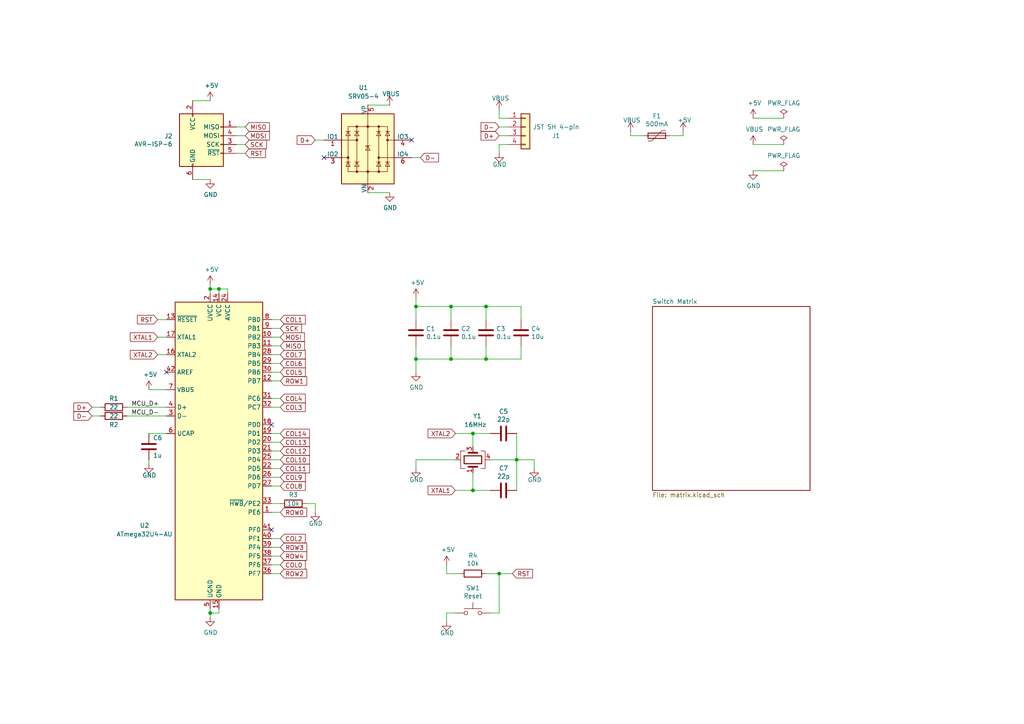
<source format=kicad_sch>
(kicad_sch (version 20211123) (generator eeschema)
  (paper "A4")
  (title_block (title "Bakeneko 60 V3") (date "2020-08-01") (rev "1") (comment 1 "Copyright © 2020 kkatano") (comment 2 "MIT License"))
  (lib_symbols
    (symbol "Connector:AVR-ISP-6" (pin_names (offset 1.016))
      (property "Reference" "J" (at 0 10.16 0))
      (property "Value" "Connector_AVR-ISP-6" (at 0 -7.62 0))
      (symbol "AVR-ISP-6_0_1"
        (rectangle (start -2.667 -5.588) (end -2.413 -6.35))
        (rectangle (start -2.667 8.89) (end -2.413 8.128))
        (rectangle (start 6.35 -2.413) (end 5.588 -2.667))
        (rectangle (start 6.35 0.127) (end 5.588 -0.127))
        (rectangle (start 6.35 2.667) (end 5.588 2.413))
        (rectangle (start 6.35 5.207) (end 5.588 4.953))
        (rectangle (start 6.35 8.89) (end -6.35 -6.35) (stroke (width 0.254)) (fill (type background)))
      )
      (symbol "AVR-ISP-6_1_1"
        (pin passive line (at 10.16 5.08 180) (length 3.81) (name "MISO") (number "1"))
        (pin power_in line (at -2.54 12.7 270) (length 3.81) (name "VCC") (number "2"))
        (pin passive line (at 10.16 0 180) (length 3.81) (name "SCK") (number "3"))
        (pin passive line (at 10.16 2.54 180) (length 3.81) (name "MOSI") (number "4"))
        (pin passive line (at 10.16 -2.54 180) (length 3.81) (name "~{RST}") (number "5"))
        (pin power_in line (at -2.54 -10.16 90) (length 3.81) (name "GND") (number "6"))
      )
    )
    (symbol "Connector_Generic:Conn_01x04" (pin_names (offset 1.016) hide)
      (property "Reference" "J" (at 0 5.08 0))
      (property "Value" "Connector_Generic_Conn_01x04" (at 0 -7.62 0))
      (symbol "Conn_01x04_1_1"
        (rectangle (start -1.27 -4.953) (end 0 -5.207) (stroke (width 0.1524)))
        (rectangle (start -1.27 -2.413) (end 0 -2.667) (stroke (width 0.1524)))
        (rectangle (start -1.27 0.127) (end 0 -0.127) (stroke (width 0.1524)))
        (rectangle (start -1.27 2.667) (end 0 2.413) (stroke (width 0.1524)))
        (rectangle (start -1.27 3.81) (end 1.27 -6.35) (stroke (width 0.254)) (fill (type background)))
        (pin passive line (at -5.08 2.54 0) (length 3.81) (name "Pin_1") (number "1"))
        (pin passive line (at -5.08 0 0) (length 3.81) (name "Pin_2") (number "2"))
        (pin passive line (at -5.08 -2.54 0) (length 3.81) (name "Pin_3") (number "3"))
        (pin passive line (at -5.08 -5.08 0) (length 3.81) (name "Pin_4") (number "4"))
      )
    )
    (symbol "Device:C" (pin_numbers hide) (pin_names (offset 0.254))
      (property "Reference" "C" (at 0.635 2.54 0))
      (property "Value" "Device_C" (at 0.635 -2.54 0))
      (symbol "C_0_1"
        (polyline (pts (xy -2.032 -0.762) (xy 2.032 -0.762)) (stroke (width 0.508)))
        (polyline (pts (xy -2.032 0.762) (xy 2.032 0.762)) (stroke (width 0.508)))
      )
      (symbol "C_1_1"
        (pin passive line (at 0 3.81 270) (length 2.794) (name "~") (number "1"))
        (pin passive line (at 0 -3.81 90) (length 2.794) (name "~") (number "2"))
      )
    )
    (symbol "Device:Crystal_GND24" (pin_names (offset 1.016) hide)
      (property "Reference" "Y" (at 3.175 5.08 0))
      (property "Value" "Device_Crystal_GND24" (at 3.175 3.175 0))
      (symbol "Crystal_GND24_0_1"
        (rectangle (start -1.143 2.54) (end 1.143 -2.54) (stroke (width 0.3048)))
        (polyline (pts (xy -2.54 0) (xy -2.032 0)))
        (polyline (pts (xy -2.032 -1.27) (xy -2.032 1.27)) (stroke (width 0.508)))
        (polyline (pts (xy 0 -3.81) (xy 0 -3.556)))
        (polyline (pts (xy 0 3.556) (xy 0 3.81)))
        (polyline (pts (xy 2.032 -1.27) (xy 2.032 1.27)) (stroke (width 0.508)))
        (polyline (pts (xy 2.032 0) (xy 2.54 0)))
        (polyline (pts (xy -2.54 -2.286) (xy -2.54 -3.556) (xy 2.54 -3.556) (xy 2.54 -2.286)))
        (polyline (pts (xy -2.54 2.286) (xy -2.54 3.556) (xy 2.54 3.556) (xy 2.54 2.286)))
      )
      (symbol "Crystal_GND24_1_1"
        (pin passive line (at -3.81 0 0) (length 1.27) (name "1") (number "1"))
        (pin passive line (at 0 5.08 270) (length 1.27) (name "2") (number "2"))
        (pin passive line (at 3.81 0 180) (length 1.27) (name "3") (number "3"))
        (pin passive line (at 0 -5.08 90) (length 1.27) (name "4") (number "4"))
      )
    )
    (symbol "Device:Polyfuse" (pin_numbers hide) (pin_names (offset 0))
      (property "Reference" "F" (at -2.54 0 90))
      (property "Value" "Device_Polyfuse" (at 2.54 0 90))
      (symbol "Polyfuse_0_1"
        (rectangle (start -0.762 2.54) (end 0.762 -2.54) (stroke (width 0.254)))
        (polyline (pts (xy 0 2.54) (xy 0 -2.54)))
        (polyline (pts (xy -1.524 2.54) (xy -1.524 1.524) (xy 1.524 -1.524) (xy 1.524 -2.54)))
      )
      (symbol "Polyfuse_1_1"
        (pin passive line (at 0 3.81 270) (length 1.27) (name "~") (number "1"))
        (pin passive line (at 0 -3.81 90) (length 1.27) (name "~") (number "2"))
      )
    )
    (symbol "Device:R" (pin_numbers hide) (pin_names (offset 0))
      (property "Reference" "R" (at 2.032 0 90))
      (property "Value" "Device_R" (at 0 0 90))
      (symbol "R_0_1"
        (rectangle (start -1.016 -2.54) (end 1.016 2.54) (stroke (width 0.254)))
      )
      (symbol "R_1_1"
        (pin passive line (at 0 3.81 270) (length 1.27) (name "~") (number "1"))
        (pin passive line (at 0 -3.81 90) (length 1.27) (name "~") (number "2"))
      )
    )
    (symbol "MCU_Microchip_ATmega:ATmega32U4-AU"
      (property "Reference" "U" (at -12.7 44.45 0))
      (property "Value" "MCU_Microchip_ATmega_ATmega32U4-AU" (at 2.54 -44.45 0))
      (symbol "ATmega32U4-AU_0_1"
        (rectangle (start -12.7 -43.18) (end 12.7 43.18) (stroke (width 0.254)) (fill (type background)))
      )
      (symbol "ATmega32U4-AU_1_1"
        (pin tri_state line (at 15.24 -17.78 180) (length 2.54) (name "PE6") (number "1"))
        (pin tri_state line (at 15.24 33.02 180) (length 2.54) (name "PB2") (number "10"))
        (pin tri_state line (at 15.24 30.48 180) (length 2.54) (name "PB3") (number "11"))
        (pin tri_state line (at 15.24 20.32 180) (length 2.54) (name "PB7") (number "12"))
        (pin input line (at -15.24 38.1 0) (length 2.54) (name "~{RESET}") (number "13"))
        (pin power_in line (at 0 45.72 270) (length 2.54) (name "VCC") (number "14"))
        (pin power_in line (at 0 -45.72 90) (length 2.54) (name "GND") (number "15"))
        (pin output line (at -15.24 27.94 0) (length 2.54) (name "XTAL2") (number "16"))
        (pin input line (at -15.24 33.02 0) (length 2.54) (name "XTAL1") (number "17"))
        (pin tri_state line (at 15.24 7.62 180) (length 2.54) (name "PD0") (number "18"))
        (pin tri_state line (at 15.24 5.08 180) (length 2.54) (name "PD1") (number "19"))
        (pin power_in line (at -2.54 45.72 270) (length 2.54) (name "UVCC") (number "2"))
        (pin tri_state line (at 15.24 2.54 180) (length 2.54) (name "PD2") (number "20"))
        (pin tri_state line (at 15.24 0 180) (length 2.54) (name "PD3") (number "21"))
        (pin tri_state line (at 15.24 -5.08 180) (length 2.54) (name "PD5") (number "22"))
        (pin passive line (at 0 -45.72 90) (length 2.54) hide (name "GND") (number "23"))
        (pin power_in line (at 2.54 45.72 270) (length 2.54) (name "AVCC") (number "24"))
        (pin tri_state line (at 15.24 -2.54 180) (length 2.54) (name "PD4") (number "25"))
        (pin tri_state line (at 15.24 -7.62 180) (length 2.54) (name "PD6") (number "26"))
        (pin tri_state line (at 15.24 -10.16 180) (length 2.54) (name "PD7") (number "27"))
        (pin tri_state line (at 15.24 27.94 180) (length 2.54) (name "PB4") (number "28"))
        (pin tri_state line (at 15.24 25.4 180) (length 2.54) (name "PB5") (number "29"))
        (pin bidirectional line (at -15.24 10.16 0) (length 2.54) (name "D-") (number "3"))
        (pin tri_state line (at 15.24 22.86 180) (length 2.54) (name "PB6") (number "30"))
        (pin tri_state line (at 15.24 15.24 180) (length 2.54) (name "PC6") (number "31"))
        (pin tri_state line (at 15.24 12.7 180) (length 2.54) (name "PC7") (number "32"))
        (pin tri_state line (at 15.24 -15.24 180) (length 2.54) (name "~{HWB}/PE2") (number "33"))
        (pin passive line (at 0 45.72 270) (length 2.54) hide (name "VCC") (number "34"))
        (pin passive line (at 0 -45.72 90) (length 2.54) hide (name "GND") (number "35"))
        (pin tri_state line (at 15.24 -35.56 180) (length 2.54) (name "PF7") (number "36"))
        (pin tri_state line (at 15.24 -33.02 180) (length 2.54) (name "PF6") (number "37"))
        (pin tri_state line (at 15.24 -30.48 180) (length 2.54) (name "PF5") (number "38"))
        (pin tri_state line (at 15.24 -27.94 180) (length 2.54) (name "PF4") (number "39"))
        (pin bidirectional line (at -15.24 12.7 0) (length 2.54) (name "D+") (number "4"))
        (pin tri_state line (at 15.24 -25.4 180) (length 2.54) (name "PF1") (number "40"))
        (pin tri_state line (at 15.24 -22.86 180) (length 2.54) (name "PF0") (number "41"))
        (pin passive line (at -15.24 22.86 0) (length 2.54) (name "AREF") (number "42"))
        (pin passive line (at 0 -45.72 90) (length 2.54) hide (name "GND") (number "43"))
        (pin passive line (at 2.54 45.72 270) (length 2.54) hide (name "AVCC") (number "44"))
        (pin passive line (at -2.54 -45.72 90) (length 2.54) (name "UGND") (number "5"))
        (pin passive line (at -15.24 5.08 0) (length 2.54) (name "UCAP") (number "6"))
        (pin input line (at -15.24 17.78 0) (length 2.54) (name "VBUS") (number "7"))
        (pin tri_state line (at 15.24 38.1 180) (length 2.54) (name "PB0") (number "8"))
        (pin tri_state line (at 15.24 35.56 180) (length 2.54) (name "PB1") (number "9"))
      )
    )
    (symbol "Power_Protection:SRV05-4" (pin_names (offset 0))
      (property "Reference" "U" (at -5.08 11.43 0))
      (property "Value" "Power_Protection_SRV05-4" (at 2.54 11.43 0))
      (symbol "SRV05-4_0_0"
        (rectangle (start -5.715 6.477) (end 5.715 -6.604))
        (polyline (pts (xy -3.175 -6.604) (xy -3.175 6.477)))
        (polyline (pts (xy 3.175 6.477) (xy 3.175 -6.604)))
      )
      (symbol "SRV05-4_0_1"
        (rectangle (start -7.62 10.16) (end 7.62 -10.16) (stroke (width 0.254)) (fill (type background)))
        (circle (center -5.715 -2.54) (radius 0.2794) (fill (type outline)))
        (circle (center -3.175 -6.604) (radius 0.2794) (fill (type outline)))
        (circle (center -3.175 2.54) (radius 0.2794) (fill (type outline)))
        (circle (center -3.175 6.477) (radius 0.2794) (fill (type outline)))
        (circle (center 0 -6.604) (radius 0.2794) (fill (type outline)))
        (polyline (pts (xy -7.747 2.54) (xy -3.175 2.54)))
        (polyline (pts (xy -7.62 -2.54) (xy -5.715 -2.54)))
        (polyline (pts (xy -5.08 -3.81) (xy -6.35 -3.81)))
        (polyline (pts (xy -5.08 5.08) (xy -6.35 5.08)))
        (polyline (pts (xy -2.54 -3.81) (xy -3.81 -3.81)))
        (polyline (pts (xy -2.54 5.08) (xy -3.81 5.08)))
        (polyline (pts (xy 0 10.16) (xy 0 -10.16)))
        (polyline (pts (xy 3.81 -3.81) (xy 2.54 -3.81)))
        (polyline (pts (xy 3.81 5.08) (xy 2.54 5.08)))
        (polyline (pts (xy 6.35 -3.81) (xy 5.08 -3.81)))
        (polyline (pts (xy 6.35 5.08) (xy 5.08 5.08)))
        (polyline (pts (xy 7.62 -2.54) (xy 3.175 -2.54)))
        (polyline (pts (xy 7.62 2.54) (xy 5.715 2.54)))
        (polyline (pts (xy 0.635 0.889) (xy -0.635 0.889) (xy -0.635 0.635)))
        (polyline (pts (xy -5.08 -5.08) (xy -6.35 -5.08) (xy -5.715 -3.81) (xy -5.08 -5.08)))
        (polyline (pts (xy -5.08 3.81) (xy -6.35 3.81) (xy -5.715 5.08) (xy -5.08 3.81)))
        (polyline (pts (xy -2.54 -5.08) (xy -3.81 -5.08) (xy -3.175 -3.81) (xy -2.54 -5.08)))
        (polyline (pts (xy -2.54 3.81) (xy -3.81 3.81) (xy -3.175 5.08) (xy -2.54 3.81)))
        (polyline (pts (xy 0.635 -0.381) (xy -0.635 -0.381) (xy 0 0.889) (xy 0.635 -0.381)))
        (polyline (pts (xy 3.81 -5.08) (xy 2.54 -5.08) (xy 3.175 -3.81) (xy 3.81 -5.08)))
        (polyline (pts (xy 3.81 3.81) (xy 2.54 3.81) (xy 3.175 5.08) (xy 3.81 3.81)))
        (polyline (pts (xy 6.35 -5.08) (xy 5.08 -5.08) (xy 5.715 -3.81) (xy 6.35 -5.08)))
        (polyline (pts (xy 6.35 3.81) (xy 5.08 3.81) (xy 5.715 5.08) (xy 6.35 3.81)))
        (circle (center 0 6.477) (radius 0.2794) (fill (type outline)))
        (circle (center 3.175 -6.604) (radius 0.2794) (fill (type outline)))
        (circle (center 3.175 -2.54) (radius 0.2794) (fill (type outline)))
        (circle (center 3.175 6.477) (radius 0.2794) (fill (type outline)))
        (circle (center 5.715 2.54) (radius 0.2794) (fill (type outline)))
      )
      (symbol "SRV05-4_1_1"
        (pin passive line (at -12.7 2.54 0) (length 5.08) (name "IO1") (number "1"))
        (pin passive line (at 0 -12.7 90) (length 2.54) (name "VN") (number "2"))
        (pin passive line (at -12.7 -2.54 0) (length 5.08) (name "IO2") (number "3"))
        (pin passive line (at 12.7 2.54 180) (length 5.08) (name "IO3") (number "4"))
        (pin passive line (at 0 12.7 270) (length 2.54) (name "VP") (number "5"))
        (pin passive line (at 12.7 -2.54 180) (length 5.08) (name "IO4") (number "6"))
      )
    )
    (symbol "Switch:SW_Push" (pin_numbers hide) (pin_names (offset 1.016) hide)
      (property "Reference" "SW" (at 1.27 2.54 0))
      (property "Value" "Switch_SW_Push" (at 0 -1.524 0))
      (symbol "SW_Push_0_1"
        (circle (center -2.032 0) (radius 0.508))
        (polyline (pts (xy 0 1.27) (xy 0 3.048)))
        (polyline (pts (xy 2.54 1.27) (xy -2.54 1.27)))
        (circle (center 2.032 0) (radius 0.508))
        (pin passive line (at -5.08 0 0) (length 2.54) (name "1") (number "1"))
        (pin passive line (at 5.08 0 180) (length 2.54) (name "2") (number "2"))
      )
    )
    (symbol "power:+5V" (power) (pin_names (offset 0))
      (property "Value" "power_+5V" (at 0 3.556 0))
      (symbol "+5V_0_1"
        (polyline (pts (xy -0.762 1.27) (xy 0 2.54)))
        (polyline (pts (xy 0 0) (xy 0 2.54)))
        (polyline (pts (xy 0 2.54) (xy 0.762 1.27)))
      )
      (symbol "+5V_1_1"
        (pin power_in line (at 0 0 90) (length 0) hide (name "+5V") (number "1"))
      )
    )
    (symbol "power:GND" (power) (pin_names (offset 0))
      (property "Value" "power_GND" (at 0 -3.81 0))
      (symbol "GND_0_1"
        (polyline (pts (xy 0 0) (xy 0 -1.27) (xy 1.27 -1.27) (xy 0 -2.54) (xy -1.27 -1.27) (xy 0 -1.27)))
      )
      (symbol "GND_1_1"
        (pin power_in line (at 0 0 270) (length 0) hide (name "GND") (number "1"))
      )
    )
    (symbol "power:PWR_FLAG" (power) (pin_numbers hide) (pin_names (offset 0) hide)
      (property "Value" "power_PWR_FLAG" (at 0 3.81 0))
      (symbol "PWR_FLAG_0_0"
        (pin power_out line (at 0 0 90) (length 0) (name "pwr") (number "1"))
      )
      (symbol "PWR_FLAG_0_1"
        (polyline (pts (xy 0 0) (xy 0 1.27) (xy -1.016 1.905) (xy 0 2.54) (xy 1.016 1.905) (xy 0 1.27)))
      )
    )
    (symbol "power:VBUS" (power) (pin_names (offset 0))
      (property "Value" "power_VBUS" (at 0 3.81 0))
      (symbol "VBUS_0_1"
        (polyline (pts (xy -0.762 1.27) (xy 0 2.54)))
        (polyline (pts (xy 0 0) (xy 0 2.54)))
        (polyline (pts (xy 0 2.54) (xy 0.762 1.27)))
      )
      (symbol "VBUS_1_1"
        (pin power_in line (at 0 0 90) (length 0) hide (name "VBUS") (number "1"))
      )
    )
  )
  (junction (at 130.81 88.9))
  (junction (at 63.5 83.82))
  (junction (at 120.65 104.14))
  (junction (at 140.97 88.9))
  (junction (at 144.78 166.37))
  (junction (at 149.86 133.35))
  (junction (at 140.97 104.14))
  (junction (at 120.65 88.9))
  (junction (at 60.96 177.8))
  (junction (at 60.96 83.82))
  (junction (at 137.16 125.73))
  (junction (at 130.81 104.14))
  (junction (at 137.16 142.24))
  (no_connect (at 48.26 107.95))
  (no_connect (at 78.74 153.67))
  (no_connect (at 93.98 45.72))
  (no_connect (at 78.74 123.19))
  (no_connect (at 119.38 40.64))
  (wire (pts (xy 129.54 166.37) (xy 133.35 166.37)))
  (wire (pts (xy 120.65 100.33) (xy 120.65 104.14)))
  (wire (pts (xy 78.74 97.79) (xy 81.28 97.79)))
  (wire (pts (xy 43.18 113.03) (xy 48.26 113.03)))
  (wire (pts (xy 81.28 118.11) (xy 78.74 118.11)))
  (wire (pts (xy 120.65 88.9) (xy 130.81 88.9)))
  (wire (pts (xy 60.96 83.82) (xy 63.5 83.82)))
  (wire (pts (xy 60.96 29.21) (xy 55.88 29.21)))
  (wire (pts (xy 144.78 34.29) (xy 147.32 34.29)))
  (wire (pts (xy 120.65 104.14) (xy 120.65 107.95)))
  (wire (pts (xy 140.97 104.14) (xy 151.13 104.14)))
  (wire (pts (xy 129.54 180.34) (xy 129.54 177.8)))
  (wire (pts (xy 144.78 41.91) (xy 147.32 41.91)))
  (wire (pts (xy 81.28 95.25) (xy 78.74 95.25)))
  (wire (pts (xy 137.16 137.16) (xy 137.16 142.24)))
  (wire (pts (xy 78.74 107.95) (xy 81.28 107.95)))
  (wire (pts (xy 45.72 92.71) (xy 48.26 92.71)))
  (wire (pts (xy 130.81 104.14) (xy 140.97 104.14)))
  (wire (pts (xy 26.67 118.11) (xy 29.21 118.11)))
  (wire (pts (xy 106.68 55.88) (xy 113.03 55.88)))
  (wire (pts (xy 144.78 31.75) (xy 144.78 34.29)))
  (wire (pts (xy 218.44 49.53) (xy 227.33 49.53)))
  (wire (pts (xy 60.96 83.82) (xy 60.96 85.09)))
  (wire (pts (xy 140.97 100.33) (xy 140.97 104.14)))
  (wire (pts (xy 137.16 129.54) (xy 137.16 125.73)))
  (wire (pts (xy 81.28 166.37) (xy 78.74 166.37)))
  (wire (pts (xy 81.28 146.05) (xy 78.74 146.05)))
  (wire (pts (xy 60.96 82.55) (xy 60.96 83.82)))
  (wire (pts (xy 43.18 125.73) (xy 48.26 125.73)))
  (wire (pts (xy 227.33 41.91) (xy 218.44 41.91)))
  (wire (pts (xy 151.13 92.71) (xy 151.13 88.9)))
  (wire (pts (xy 81.28 128.27) (xy 78.74 128.27)))
  (wire (pts (xy 130.81 100.33) (xy 130.81 104.14)))
  (wire (pts (xy 78.74 135.89) (xy 81.28 135.89)))
  (wire (pts (xy 132.08 142.24) (xy 137.16 142.24)))
  (wire (pts (xy 60.96 179.07) (xy 60.96 177.8)))
  (wire (pts (xy 144.78 166.37) (xy 148.59 166.37)))
  (wire (pts (xy 81.28 163.83) (xy 78.74 163.83)))
  (wire (pts (xy 81.28 110.49) (xy 78.74 110.49)))
  (wire (pts (xy 151.13 104.14) (xy 151.13 100.33)))
  (wire (pts (xy 137.16 125.73) (xy 142.24 125.73)))
  (wire (pts (xy 81.28 105.41) (xy 78.74 105.41)))
  (wire (pts (xy 91.44 40.64) (xy 93.98 40.64)))
  (wire (pts (xy 71.12 44.45) (xy 68.58 44.45)))
  (wire (pts (xy 154.94 133.35) (xy 154.94 135.89)))
  (wire (pts (xy 129.54 163.83) (xy 129.54 166.37)))
  (wire (pts (xy 149.86 133.35) (xy 154.94 133.35)))
  (wire (pts (xy 227.33 34.29) (xy 218.44 34.29)))
  (wire (pts (xy 144.78 177.8) (xy 142.24 177.8)))
  (wire (pts (xy 68.58 41.91) (xy 71.12 41.91)))
  (wire (pts (xy 144.78 36.83) (xy 147.32 36.83)))
  (wire (pts (xy 113.03 30.48) (xy 106.68 30.48)))
  (wire (pts (xy 78.74 130.81) (xy 81.28 130.81)))
  (wire (pts (xy 45.72 102.87) (xy 48.26 102.87)))
  (wire (pts (xy 149.86 125.73) (xy 149.86 133.35)))
  (wire (pts (xy 140.97 92.71) (xy 140.97 88.9)))
  (wire (pts (xy 36.83 120.65) (xy 48.26 120.65)))
  (wire (pts (xy 120.65 104.14) (xy 130.81 104.14)))
  (wire (pts (xy 78.74 92.71) (xy 81.28 92.71)))
  (wire (pts (xy 78.74 156.21) (xy 81.28 156.21)))
  (wire (pts (xy 60.96 177.8) (xy 60.96 176.53)))
  (wire (pts (xy 132.08 125.73) (xy 137.16 125.73)))
  (wire (pts (xy 81.28 158.75) (xy 78.74 158.75)))
  (wire (pts (xy 55.88 52.07) (xy 60.96 52.07)))
  (wire (pts (xy 182.88 39.37) (xy 186.69 39.37)))
  (wire (pts (xy 78.74 115.57) (xy 81.28 115.57)))
  (wire (pts (xy 78.74 140.97) (xy 81.28 140.97)))
  (wire (pts (xy 120.65 88.9) (xy 120.65 92.71)))
  (wire (pts (xy 48.26 97.79) (xy 45.72 97.79)))
  (wire (pts (xy 151.13 88.9) (xy 140.97 88.9)))
  (wire (pts (xy 63.5 83.82) (xy 66.04 83.82)))
  (wire (pts (xy 137.16 142.24) (xy 142.24 142.24)))
  (wire (pts (xy 130.81 92.71) (xy 130.81 88.9)))
  (wire (pts (xy 43.18 133.35) (xy 43.18 134.62)))
  (wire (pts (xy 120.65 133.35) (xy 132.08 133.35)))
  (wire (pts (xy 91.44 146.05) (xy 91.44 148.59)))
  (wire (pts (xy 26.67 120.65) (xy 29.21 120.65)))
  (wire (pts (xy 68.58 36.83) (xy 71.12 36.83)))
  (wire (pts (xy 144.78 166.37) (xy 144.78 177.8)))
  (wire (pts (xy 198.12 39.37) (xy 194.31 39.37)))
  (wire (pts (xy 81.28 148.59) (xy 78.74 148.59)))
  (wire (pts (xy 120.65 86.36) (xy 120.65 88.9)))
  (wire (pts (xy 81.28 138.43) (xy 78.74 138.43)))
  (wire (pts (xy 78.74 102.87) (xy 81.28 102.87)))
  (wire (pts (xy 78.74 125.73) (xy 81.28 125.73)))
  (wire (pts (xy 81.28 133.35) (xy 78.74 133.35)))
  (wire (pts (xy 66.04 83.82) (xy 66.04 85.09)))
  (wire (pts (xy 147.32 39.37) (xy 144.78 39.37)))
  (wire (pts (xy 129.54 177.8) (xy 132.08 177.8)))
  (wire (pts (xy 121.92 45.72) (xy 119.38 45.72)))
  (wire (pts (xy 198.12 38.1) (xy 198.12 39.37)))
  (wire (pts (xy 36.83 118.11) (xy 48.26 118.11)))
  (wire (pts (xy 140.97 166.37) (xy 144.78 166.37)))
  (wire (pts (xy 120.65 133.35) (xy 120.65 135.89)))
  (wire (pts (xy 78.74 161.29) (xy 81.28 161.29)))
  (wire (pts (xy 88.9 146.05) (xy 91.44 146.05)))
  (wire (pts (xy 63.5 177.8) (xy 63.5 176.53)))
  (wire (pts (xy 60.96 177.8) (xy 63.5 177.8)))
  (wire (pts (xy 149.86 133.35) (xy 149.86 142.24)))
  (wire (pts (xy 144.78 44.45) (xy 144.78 41.91)))
  (wire (pts (xy 81.28 100.33) (xy 78.74 100.33)))
  (wire (pts (xy 182.88 38.1) (xy 182.88 39.37)))
  (wire (pts (xy 130.81 88.9) (xy 140.97 88.9)))
  (wire (pts (xy 142.24 133.35) (xy 149.86 133.35)))
  (wire (pts (xy 71.12 39.37) (xy 68.58 39.37)))
  (wire (pts (xy 63.5 83.82) (xy 63.5 85.09)))
  (label "MCU_D-" (at 38.1 120.65 0))
  (label "MCU_D+" (at 38.1 118.11 0))
  (global_label "SCK" (shape input) (at 81.28 95.25 0) (property "Intersheet References" "${INTERSHEET_REFS}" (effects hide)))
  (global_label "RST" (shape input) (at 148.59 166.37 0) (property "Intersheet References" "${INTERSHEET_REFS}" (effects hide)))
  (global_label "RST" (shape input) (at 71.12 44.45 0) (property "Intersheet References" "${INTERSHEET_REFS}" (effects hide)))
  (global_label "ROW2" (shape input) (at 81.28 166.37 0) (property "Intersheet References" "${INTERSHEET_REFS}" (effects hide)))
  (global_label "D+" (shape input) (at 91.44 40.64 180) (property "Intersheet References" "${INTERSHEET_REFS}" (effects hide)))
  (global_label "COL12" (shape input) (at 81.28 130.81 0) (property "Intersheet References" "${INTERSHEET_REFS}" (effects hide)))
  (global_label "XTAL2" (shape input) (at 132.08 125.73 180) (property "Intersheet References" "${INTERSHEET_REFS}" (effects hide)))
  (global_label "RST" (shape input) (at 45.72 92.71 180) (property "Intersheet References" "${INTERSHEET_REFS}" (effects hide)))
  (global_label "COL10" (shape input) (at 81.28 133.35 0) (property "Intersheet References" "${INTERSHEET_REFS}" (effects hide)))
  (global_label "COL3" (shape input) (at 81.28 118.11 0) (property "Intersheet References" "${INTERSHEET_REFS}" (effects hide)))
  (global_label "D+" (shape input) (at 26.67 118.11 180) (property "Intersheet References" "${INTERSHEET_REFS}" (effects hide)))
  (global_label "XTAL1" (shape input) (at 132.08 142.24 180) (property "Intersheet References" "${INTERSHEET_REFS}" (effects hide)))
  (global_label "XTAL1" (shape input) (at 45.72 97.79 180) (property "Intersheet References" "${INTERSHEET_REFS}" (effects hide)))
  (global_label "COL14" (shape input) (at 81.28 125.73 0) (property "Intersheet References" "${INTERSHEET_REFS}" (effects hide)))
  (global_label "COL5" (shape input) (at 81.28 107.95 0) (property "Intersheet References" "${INTERSHEET_REFS}" (effects hide)))
  (global_label "ROW3" (shape input) (at 81.28 158.75 0) (property "Intersheet References" "${INTERSHEET_REFS}" (effects hide)))
  (global_label "MISO" (shape input) (at 71.12 36.83 0) (property "Intersheet References" "${INTERSHEET_REFS}" (effects hide)))
  (global_label "SCK" (shape input) (at 71.12 41.91 0) (property "Intersheet References" "${INTERSHEET_REFS}" (effects hide)))
  (global_label "COL2" (shape input) (at 81.28 156.21 0) (property "Intersheet References" "${INTERSHEET_REFS}" (effects hide)))
  (global_label "ROW1" (shape input) (at 81.28 110.49 0) (property "Intersheet References" "${INTERSHEET_REFS}" (effects hide)))
  (global_label "ROW0" (shape input) (at 81.28 148.59 0) (property "Intersheet References" "${INTERSHEET_REFS}" (effects hide)))
  (global_label "XTAL2" (shape input) (at 45.72 102.87 180) (property "Intersheet References" "${INTERSHEET_REFS}" (effects hide)))
  (global_label "COL8" (shape input) (at 81.28 140.97 0) (property "Intersheet References" "${INTERSHEET_REFS}" (effects hide)))
  (global_label "COL1" (shape input) (at 81.28 92.71 0) (property "Intersheet References" "${INTERSHEET_REFS}" (effects hide)))
  (global_label "COL11" (shape input) (at 81.28 135.89 0) (property "Intersheet References" "${INTERSHEET_REFS}" (effects hide)))
  (global_label "COL7" (shape input) (at 81.28 102.87 0) (property "Intersheet References" "${INTERSHEET_REFS}" (effects hide)))
  (global_label "D-" (shape input) (at 121.92 45.72 0) (property "Intersheet References" "${INTERSHEET_REFS}" (effects hide)))
  (global_label "D-" (shape input) (at 26.67 120.65 180) (property "Intersheet References" "${INTERSHEET_REFS}" (effects hide)))
  (global_label "COL13" (shape input) (at 81.28 128.27 0) (property "Intersheet References" "${INTERSHEET_REFS}" (effects hide)))
  (global_label "ROW4" (shape input) (at 81.28 161.29 0) (property "Intersheet References" "${INTERSHEET_REFS}" (effects hide)))
  (global_label "D-" (shape input) (at 144.78 36.83 180) (property "Intersheet References" "${INTERSHEET_REFS}" (effects hide)))
  (global_label "D+" (shape input) (at 144.78 39.37 180) (property "Intersheet References" "${INTERSHEET_REFS}" (effects hide)))
  (global_label "COL0" (shape input) (at 81.28 163.83 0) (property "Intersheet References" "${INTERSHEET_REFS}" (effects hide)))
  (global_label "COL6" (shape input) (at 81.28 105.41 0) (property "Intersheet References" "${INTERSHEET_REFS}" (effects hide)))
  (global_label "MISO" (shape input) (at 81.28 100.33 0) (property "Intersheet References" "${INTERSHEET_REFS}" (effects hide)))
  (global_label "COL9" (shape input) (at 81.28 138.43 0) (property "Intersheet References" "${INTERSHEET_REFS}" (effects hide)))
  (global_label "COL4" (shape input) (at 81.28 115.57 0) (property "Intersheet References" "${INTERSHEET_REFS}" (effects hide)))
  (global_label "MOSI" (shape input) (at 81.28 97.79 0) (property "Intersheet References" "${INTERSHEET_REFS}" (effects hide)))
  (global_label "MOSI" (shape input) (at 71.12 39.37 0) (property "Intersheet References" "${INTERSHEET_REFS}" (effects hide)))
  (symbol (lib_id "power:PWR_FLAG") (at 227.33 34.29 0) (unit 1)
    (property "Reference" "#FLG01" (effects hide))
    (property "Value" "PWR_FLAG" (at 227.33 29.8958 0))
  )
  (symbol (lib_id "power:PWR_FLAG") (at 227.33 41.91 0) (unit 1)
    (property "Reference" "#FLG02" (effects hide))
    (property "Value" "PWR_FLAG" (at 227.33 37.5158 0))
  )
  (symbol (lib_id "power:PWR_FLAG") (at 227.33 49.53 0) (unit 1)
    (property "Reference" "#FLG03" (effects hide))
    (property "Value" "PWR_FLAG" (at 227.33 45.1358 0))
  )
  (symbol (lib_id "power:GND") (at 218.44 49.53 0) (unit 1)
    (property "Reference" "#PWR06" (effects hide))
    (property "Value" "GND" (at 218.567 53.9242 0))
  )
  (symbol (lib_id "power:GND") (at 120.65 107.95 0) (unit 1)
    (property "Reference" "#PWR014" (effects hide))
    (property "Value" "GND" (at 120.777 112.3442 0))
  )
  (symbol (lib_id "Device:C") (at 120.65 96.52 0) (unit 1)
    (property "Reference" "C1" (at 123.571 95.3516 0) (effects (justify left)))
    (property "Value" "0.1u" (at 123.571 97.663 0) (effects (justify left)))
    (property "Footprint" "Capacitor_SMD:C_0805_2012Metric" (effects hide))
    (property "LCSC Part #" "C49678" (effects hide))
  )
  (symbol (lib_id "Device:C") (at 130.81 96.52 0) (unit 1)
    (property "Reference" "C2" (at 133.731 95.3516 0) (effects (justify left)))
    (property "Value" "0.1u" (at 133.731 97.663 0) (effects (justify left)))
    (property "Footprint" "Capacitor_SMD:C_0805_2012Metric" (effects hide))
    (property "LCSC Part #" "C49678" (effects hide))
  )
  (symbol (lib_id "Device:C") (at 140.97 96.52 0) (unit 1)
    (property "Reference" "C3" (at 143.891 95.3516 0) (effects (justify left)))
    (property "Value" "0.1u" (at 143.891 97.663 0) (effects (justify left)))
    (property "Footprint" "Capacitor_SMD:C_0805_2012Metric" (effects hide))
    (property "LCSC Part #" "C49678" (effects hide))
  )
  (symbol (lib_id "Device:C") (at 151.13 96.52 0) (unit 1)
    (property "Reference" "C4" (at 154.051 95.3516 0) (effects (justify left)))
    (property "Value" "10u" (at 154.051 97.663 0) (effects (justify left)))
    (property "Footprint" "Capacitor_SMD:C_0805_2012Metric" (effects hide))
    (property "LCSC Part #" "C15850" (effects hide))
  )
  (symbol (lib_id "Device:Polyfuse") (at 190.5 39.37 270) (unit 1)
    (property "Reference" "F1" (at 190.5 33.655 90))
    (property "Value" "500mA" (at 190.5 35.9664 90))
    (property "Footprint" "Fuse:Fuse_1206_3216Metric" (effects hide))
    (property "LCSC Part #" "C70076" (effects hide))
  )
  (symbol (lib_id "Connector_Generic:Conn_01x04") (at 152.4 36.83 0) (unit 1)
    (property "Reference" "J1" (at 161.29 39.37 0))
    (property "Value" "JST SH 4-pin" (at 161.29 36.83 0))
    (property "Footprint" "Connector_JST:JST_SH_SM04B-SRSS-TB_1x04-1MP_P1.00mm_Horizontal" (effects hide))
    (property "LCSC Part #" "C160404" (effects hide))
  )
  (symbol (lib_id "power:GND") (at 144.78 44.45 0) (unit 1)
    (property "Reference" "#PWR07" (effects hide))
    (property "Value" "GND" (at 144.907 47.7012 0))
  )
  (symbol (lib_id "Device:R") (at 33.02 118.11 270) (unit 1)
    (property "Reference" "R1" (at 33.02 115.57 90))
    (property "Value" "22" (at 33.02 118.11 90))
    (property "Footprint" "Resistor_SMD:R_0805_2012Metric" (effects hide))
    (property "LCSC Part #" "C17561" (effects hide))
  )
  (symbol (lib_id "Device:R") (at 33.02 120.65 270) (unit 1)
    (property "Reference" "R2" (at 33.02 123.19 90))
    (property "Value" "22" (at 33.02 120.65 90))
    (property "Footprint" "Resistor_SMD:R_0805_2012Metric" (effects hide))
    (property "LCSC Part #" "C17561" (effects hide))
  )
  (symbol (lib_id "MCU_Microchip_ATmega:ATmega32U4-AU") (at 63.5 130.81 0) (unit 1)
    (property "Reference" "U2" (at 41.91 152.4 0))
    (property "Value" "ATmega32U4-AU" (at 41.91 154.94 0))
    (property "Footprint" "Package_QFP:TQFP-44_10x10mm_P0.8mm" (effects hide))
    (property "Datasheet" "http://ww1.microchip.com/downloads/en/DeviceDoc/Atmel-7766-8-bit-AVR-ATmega16U4-32U4_Datasheet.pdf" (effects hide))
    (property "LCSC Part #" "C44854" (effects hide))
  )
  (symbol (lib_id "power:VBUS") (at 144.78 31.75 0) (unit 1)
    (property "Reference" "#PWR03" (effects hide))
    (property "Value" "VBUS" (at 145.161 28.4988 0))
  )
  (symbol (lib_id "power:VBUS") (at 218.44 41.91 0) (unit 1)
    (property "Reference" "#PWR05" (effects hide))
    (property "Value" "VBUS" (at 218.821 37.5158 0))
  )
  (symbol (lib_id "power:VBUS") (at 182.88 38.1 0) (unit 1)
    (property "Reference" "#PWR010" (effects hide))
    (property "Value" "VBUS" (at 183.261 34.8742 0))
  )
  (symbol (lib_id "Switch:SW_Push") (at 137.16 177.8 0) (unit 1)
    (property "Reference" "SW1" (at 137.16 170.561 0))
    (property "Value" "Reset" (at 137.16 172.8724 0))
    (property "Footprint" "Button_Switch_SMD:SW_SPST_TL3342" (effects hide))
    (property "LCSC Part #" "C318884" (effects hide))
  )
  (symbol (lib_id "power:GND") (at 129.54 180.34 0) (unit 1)
    (property "Reference" "#PWR020" (effects hide))
    (property "Value" "GND" (at 129.667 183.5912 0))
  )
  (symbol (lib_id "Device:R") (at 137.16 166.37 270) (unit 1)
    (property "Reference" "R4" (at 137.16 161.1122 90))
    (property "Value" "10k" (at 137.16 163.4236 90))
    (property "Footprint" "Resistor_SMD:R_0805_2012Metric" (effects hide))
    (property "LCSC Part #" "C17414" (effects hide))
  )
  (symbol (lib_id "Device:C") (at 43.18 129.54 0) (unit 1)
    (property "Reference" "C6" (at 45.72 127 0))
    (property "Value" "1u" (at 45.72 132.08 0))
    (property "Footprint" "Capacitor_SMD:C_0805_2012Metric" (effects hide))
    (property "LCSC Part #" "C28323" (effects hide))
  )
  (symbol (lib_id "power:GND") (at 43.18 134.62 0) (unit 1)
    (property "Reference" "#PWR016" (effects hide))
    (property "Value" "GND" (at 43.307 137.8712 0))
  )
  (symbol (lib_id "power:GND") (at 60.96 179.07 0) (unit 1)
    (property "Reference" "#PWR022" (effects hide))
    (property "Value" "GND" (at 61.087 183.4642 0))
  )
  (symbol (lib_id "Device:R") (at 85.09 146.05 270) (unit 1)
    (property "Reference" "R3" (at 85.09 143.51 90))
    (property "Value" "10k" (at 85.09 146.05 90))
    (property "Footprint" "Resistor_SMD:R_0805_2012Metric" (effects hide))
    (property "LCSC Part #" "C17414" (effects hide))
  )
  (symbol (lib_id "power:GND") (at 91.44 148.59 0) (unit 1)
    (property "Reference" "#PWR019" (effects hide))
    (property "Value" "GND" (at 91.567 151.8412 0))
  )
  (symbol (lib_id "Device:Crystal_GND24") (at 137.16 133.35 90) (unit 1)
    (property "Reference" "Y1" (at 137.16 120.65 90) (effects (justify right)))
    (property "Value" "16MHz" (at 134.62 123.19 90) (effects (justify right)))
    (property "Footprint" "Crystal:Crystal_SMD_3225-4Pin_3.2x2.5mm" (effects hide))
    (property "LCSC Part #" "C13738" (effects hide))
  )
  (symbol (lib_id "power:GND") (at 120.65 135.89 0) (unit 1)
    (property "Reference" "#PWR017" (effects hide))
    (property "Value" "GND" (at 120.777 139.1412 0))
  )
  (symbol (lib_id "power:GND") (at 154.94 135.89 0) (unit 1)
    (property "Reference" "#PWR018" (effects hide))
    (property "Value" "GND" (at 155.067 139.1412 0))
  )
  (symbol (lib_id "Device:C") (at 146.05 125.73 270) (unit 1)
    (property "Reference" "C5" (at 146.05 119.3292 90))
    (property "Value" "22p" (at 146.05 121.6406 90))
    (property "Footprint" "Capacitor_SMD:C_0805_2012Metric" (effects hide))
    (property "LCSC Part #" "C1804" (effects hide))
  )
  (symbol (lib_id "Device:C") (at 146.05 142.24 270) (unit 1)
    (property "Reference" "C7" (at 146.05 135.8392 90))
    (property "Value" "22p" (at 146.05 138.1506 90))
    (property "Footprint" "Capacitor_SMD:C_0805_2012Metric" (effects hide))
    (property "LCSC Part #" "C1804" (effects hide))
  )
  (symbol (lib_id "power:+5V") (at 218.44 34.29 0) (unit 1)
    (property "Reference" "#PWR04" (effects hide))
    (property "Value" "+5V" (at 218.821 29.8958 0))
  )
  (symbol (lib_id "power:+5V") (at 120.65 86.36 0) (unit 1)
    (property "Reference" "#PWR012" (effects hide))
    (property "Value" "+5V" (at 121.031 81.9658 0))
  )
  (symbol (lib_id "power:+5V") (at 198.12 38.1 0) (unit 1)
    (property "Reference" "#PWR011" (effects hide))
    (property "Value" "+5V" (at 198.501 34.8488 0))
  )
  (symbol (lib_id "power:+5V") (at 60.96 29.21 0) (unit 1)
    (property "Reference" "#PWR01" (effects hide))
    (property "Value" "+5V" (at 61.341 24.8158 0))
  )
  (symbol (lib_id "power:+5V") (at 129.54 163.83 0) (unit 1)
    (property "Reference" "#PWR021" (effects hide))
    (property "Value" "+5V" (at 129.921 159.4358 0))
  )
  (symbol (lib_id "power:+5V") (at 60.96 82.55 0) (unit 1)
    (property "Reference" "#PWR013" (effects hide))
    (property "Value" "+5V" (at 61.341 78.1558 0))
  )
  (symbol (lib_id "Connector:AVR-ISP-6") (at 58.42 41.91 0) (unit 1)
    (property "Reference" "J2" (at 50.0634 39.4716 0) (effects (justify right)))
    (property "Value" "AVR-ISP-6" (at 50.0634 41.783 0) (effects (justify right)))
    (property "Footprint" "bakeneko:ISP" (effects hide))
    (property "Datasheet" " ~" (effects hide))
  )
  (symbol (lib_id "power:GND") (at 60.96 52.07 0) (unit 1)
    (property "Reference" "#PWR08" (effects hide))
    (property "Value" "GND" (at 61.087 56.4642 0))
  )
  (symbol (lib_id "power:+5V") (at 43.18 113.03 0) (unit 1)
    (property "Reference" "#PWR015" (effects hide))
    (property "Value" "+5V" (at 43.561 108.6358 0))
  )
  (symbol (lib_id "Power_Protection:SRV05-4") (at 106.68 43.18 0) (unit 1)
    (property "Reference" "U1" (at 105.41 25.4 0))
    (property "Value" "SRV05-4" (at 105.41 27.94 0))
    (property "Footprint" "Package_TO_SOT_SMD:SOT-23-6" (effects hide))
    (property "Datasheet" "http://www.onsemi.com/pub/Collateral/SRV05-4-D.PDF" (effects hide))
    (property "LCSC Part #" "C85364" (effects hide))
  )
  (symbol (lib_id "power:GND") (at 113.03 55.88 0) (unit 1)
    (property "Reference" "#PWR0101" (effects hide))
    (property "Value" "GND" (at 113.157 60.2742 0))
  )
  (symbol (lib_id "power:VBUS") (at 113.03 30.48 0) (unit 1)
    (property "Reference" "#PWR0102" (effects hide))
    (property "Value" "VBUS" (at 113.411 27.2288 0))
  )
  (sheet (at 189.23 88.9) (size 45.72 53.34)
    (property "Sheet name" "Switch Matrix" (at 189.23 88.1884 0) (effects (justify left bottom)))
    (property "Sheet file" "matrix.kicad_sch" (at 189.23 142.8246 0) (effects (justify left top)))
  )
)
</source>
